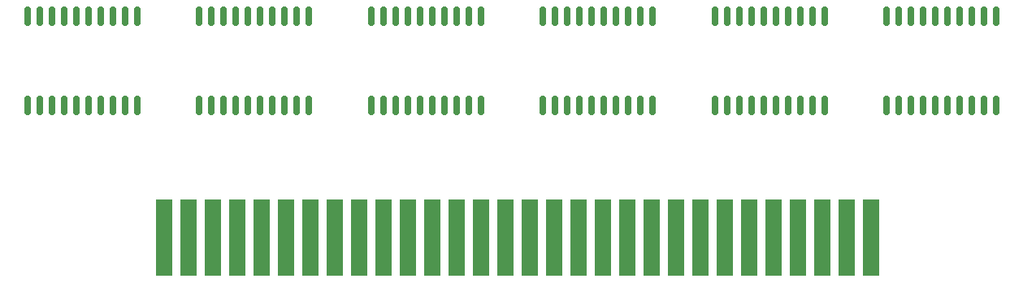
<source format=gbr>
%TF.GenerationSoftware,KiCad,Pcbnew,8.0.2*%
%TF.CreationDate,2025-01-11T19:36:36+01:00*%
%TF.ProjectId,bytecradle-6502-expansion-board,62797465-6372-4616-946c-652d36353032,rev?*%
%TF.SameCoordinates,Original*%
%TF.FileFunction,Paste,Bot*%
%TF.FilePolarity,Positive*%
%FSLAX46Y46*%
G04 Gerber Fmt 4.6, Leading zero omitted, Abs format (unit mm)*
G04 Created by KiCad (PCBNEW 8.0.2) date 2025-01-11 19:36:36*
%MOMM*%
%LPD*%
G01*
G04 APERTURE LIST*
G04 Aperture macros list*
%AMRoundRect*
0 Rectangle with rounded corners*
0 $1 Rounding radius*
0 $2 $3 $4 $5 $6 $7 $8 $9 X,Y pos of 4 corners*
0 Add a 4 corners polygon primitive as box body*
4,1,4,$2,$3,$4,$5,$6,$7,$8,$9,$2,$3,0*
0 Add four circle primitives for the rounded corners*
1,1,$1+$1,$2,$3*
1,1,$1+$1,$4,$5*
1,1,$1+$1,$6,$7*
1,1,$1+$1,$8,$9*
0 Add four rect primitives between the rounded corners*
20,1,$1+$1,$2,$3,$4,$5,0*
20,1,$1+$1,$4,$5,$6,$7,0*
20,1,$1+$1,$6,$7,$8,$9,0*
20,1,$1+$1,$8,$9,$2,$3,0*%
G04 Aperture macros list end*
%ADD10R,1.800000X8.000000*%
%ADD11RoundRect,0.150000X-0.150000X0.875000X-0.150000X-0.875000X0.150000X-0.875000X0.150000X0.875000X0*%
G04 APERTURE END LIST*
D10*
%TO.C,J1*%
X132785000Y-114427000D03*
X130245000Y-114427000D03*
X127705000Y-114427000D03*
X125165000Y-114427000D03*
X122625000Y-114427000D03*
X120085000Y-114427000D03*
X117545000Y-114427000D03*
X115005000Y-114427000D03*
X112465000Y-114427000D03*
X109925000Y-114427000D03*
X107385000Y-114427000D03*
X104845000Y-114427000D03*
X102305000Y-114427000D03*
X99765000Y-114427000D03*
X97225000Y-114427000D03*
X94685000Y-114427000D03*
X92145000Y-114427000D03*
X89605000Y-114427000D03*
X87065000Y-114427000D03*
X84525000Y-114427000D03*
X81985000Y-114427000D03*
X79445000Y-114427000D03*
X76905000Y-114427000D03*
X74365000Y-114427000D03*
X71825000Y-114427000D03*
X69285000Y-114427000D03*
X66745000Y-114427000D03*
X64205000Y-114427000D03*
X61665000Y-114427000D03*
X59125000Y-114427000D03*
%TD*%
D11*
%TO.C,U4*%
X62738000Y-91284000D03*
X64008000Y-91284000D03*
X65278000Y-91284000D03*
X66548000Y-91284000D03*
X67818000Y-91284000D03*
X69088000Y-91284000D03*
X70358000Y-91284000D03*
X71628000Y-91284000D03*
X72898000Y-91284000D03*
X74168000Y-91284000D03*
X74168000Y-100584000D03*
X72898000Y-100584000D03*
X71628000Y-100584000D03*
X70358000Y-100584000D03*
X69088000Y-100584000D03*
X67818000Y-100584000D03*
X66548000Y-100584000D03*
X65278000Y-100584000D03*
X64008000Y-100584000D03*
X62738000Y-100584000D03*
%TD*%
%TO.C,U6*%
X134366000Y-91284000D03*
X135636000Y-91284000D03*
X136906000Y-91284000D03*
X138176000Y-91284000D03*
X139446000Y-91284000D03*
X140716000Y-91284000D03*
X141986000Y-91284000D03*
X143256000Y-91284000D03*
X144526000Y-91284000D03*
X145796000Y-91284000D03*
X145796000Y-100584000D03*
X144526000Y-100584000D03*
X143256000Y-100584000D03*
X141986000Y-100584000D03*
X140716000Y-100584000D03*
X139446000Y-100584000D03*
X138176000Y-100584000D03*
X136906000Y-100584000D03*
X135636000Y-100584000D03*
X134366000Y-100584000D03*
%TD*%
%TO.C,U5*%
X98552000Y-91284000D03*
X99822000Y-91284000D03*
X101092000Y-91284000D03*
X102362000Y-91284000D03*
X103632000Y-91284000D03*
X104902000Y-91284000D03*
X106172000Y-91284000D03*
X107442000Y-91284000D03*
X108712000Y-91284000D03*
X109982000Y-91284000D03*
X109982000Y-100584000D03*
X108712000Y-100584000D03*
X107442000Y-100584000D03*
X106172000Y-100584000D03*
X104902000Y-100584000D03*
X103632000Y-100584000D03*
X102362000Y-100584000D03*
X101092000Y-100584000D03*
X99822000Y-100584000D03*
X98552000Y-100584000D03*
%TD*%
%TO.C,U2*%
X44831000Y-91284000D03*
X46101000Y-91284000D03*
X47371000Y-91284000D03*
X48641000Y-91284000D03*
X49911000Y-91284000D03*
X51181000Y-91284000D03*
X52451000Y-91284000D03*
X53721000Y-91284000D03*
X54991000Y-91284000D03*
X56261000Y-91284000D03*
X56261000Y-100584000D03*
X54991000Y-100584000D03*
X53721000Y-100584000D03*
X52451000Y-100584000D03*
X51181000Y-100584000D03*
X49911000Y-100584000D03*
X48641000Y-100584000D03*
X47371000Y-100584000D03*
X46101000Y-100584000D03*
X44831000Y-100584000D03*
%TD*%
%TO.C,U1*%
X116459000Y-91284000D03*
X117729000Y-91284000D03*
X118999000Y-91284000D03*
X120269000Y-91284000D03*
X121539000Y-91284000D03*
X122809000Y-91284000D03*
X124079000Y-91284000D03*
X125349000Y-91284000D03*
X126619000Y-91284000D03*
X127889000Y-91284000D03*
X127889000Y-100584000D03*
X126619000Y-100584000D03*
X125349000Y-100584000D03*
X124079000Y-100584000D03*
X122809000Y-100584000D03*
X121539000Y-100584000D03*
X120269000Y-100584000D03*
X118999000Y-100584000D03*
X117729000Y-100584000D03*
X116459000Y-100584000D03*
%TD*%
%TO.C,U3*%
X80645000Y-91284000D03*
X81915000Y-91284000D03*
X83185000Y-91284000D03*
X84455000Y-91284000D03*
X85725000Y-91284000D03*
X86995000Y-91284000D03*
X88265000Y-91284000D03*
X89535000Y-91284000D03*
X90805000Y-91284000D03*
X92075000Y-91284000D03*
X92075000Y-100584000D03*
X90805000Y-100584000D03*
X89535000Y-100584000D03*
X88265000Y-100584000D03*
X86995000Y-100584000D03*
X85725000Y-100584000D03*
X84455000Y-100584000D03*
X83185000Y-100584000D03*
X81915000Y-100584000D03*
X80645000Y-100584000D03*
%TD*%
M02*

</source>
